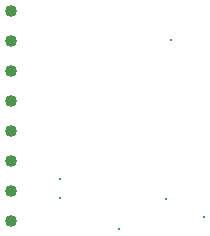
<source format=gbr>
%TF.GenerationSoftware,Altium Limited,Altium Designer,24.4.1 (13)*%
G04 Layer_Color=0*
%FSLAX45Y45*%
%MOMM*%
%TF.SameCoordinates,881402D5-0203-4901-B5EA-5A78FED384BD*%
%TF.FilePolarity,Positive*%
%TF.FileFunction,Plated,1,2,PTH,Drill*%
%TF.Part,Single*%
G01*
G75*
%TA.AperFunction,ComponentDrill*%
%ADD25C,1.02000*%
%TA.AperFunction,ViaDrill,NotFilled*%
%ADD26C,0.30000*%
D25*
X14192317Y5021617D02*
D03*
Y4767617D02*
D03*
Y4513617D02*
D03*
Y4259617D02*
D03*
Y4005617D02*
D03*
Y5275617D02*
D03*
Y5529617D02*
D03*
Y5783617D02*
D03*
D26*
X14603117Y4202117D02*
D03*
X15545467Y5539767D02*
D03*
X15503117Y4192117D02*
D03*
X14603117Y4362117D02*
D03*
X15823116Y4042117D02*
D03*
X15103117Y3942117D02*
D03*
%TF.MD5,ff827efbc7caaa8ade1ad372ddc6bc6c*%
M02*

</source>
